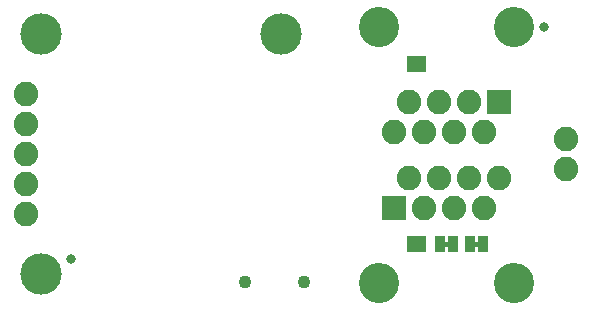
<source format=gbs>
G04 EAGLE Gerber RS-274X export*
G75*
%MOMM*%
%FSLAX34Y34*%
%LPD*%
%INSoldermask Bottom*%
%IPPOS*%
%AMOC8*
5,1,8,0,0,1.08239X$1,22.5*%
G01*
%ADD10C,2.082800*%
%ADD11R,2.082800X2.082800*%
%ADD12C,3.403200*%
%ADD13C,3.505200*%
%ADD14R,0.863600X1.473200*%
%ADD15C,0.838200*%
%ADD16C,1.103200*%
%ADD17R,0.838200X1.473200*%

G36*
X370270Y61607D02*
X370270Y61607D01*
X370336Y61609D01*
X370379Y61627D01*
X370426Y61635D01*
X370483Y61669D01*
X370543Y61694D01*
X370578Y61725D01*
X370619Y61750D01*
X370661Y61801D01*
X370709Y61845D01*
X370731Y61887D01*
X370760Y61924D01*
X370781Y61986D01*
X370812Y62045D01*
X370820Y62099D01*
X370832Y62136D01*
X370831Y62176D01*
X370839Y62230D01*
X370839Y64770D01*
X370828Y64835D01*
X370826Y64901D01*
X370808Y64944D01*
X370800Y64991D01*
X370766Y65048D01*
X370741Y65108D01*
X370710Y65143D01*
X370685Y65184D01*
X370634Y65226D01*
X370590Y65274D01*
X370548Y65296D01*
X370511Y65325D01*
X370449Y65346D01*
X370390Y65377D01*
X370336Y65385D01*
X370299Y65397D01*
X370259Y65396D01*
X370205Y65404D01*
X366395Y65404D01*
X366330Y65393D01*
X366264Y65391D01*
X366221Y65373D01*
X366174Y65365D01*
X366117Y65331D01*
X366057Y65306D01*
X366022Y65275D01*
X365981Y65250D01*
X365940Y65199D01*
X365891Y65155D01*
X365869Y65113D01*
X365840Y65076D01*
X365819Y65014D01*
X365788Y64955D01*
X365780Y64901D01*
X365768Y64864D01*
X365768Y64861D01*
X365769Y64824D01*
X365761Y64770D01*
X365761Y62230D01*
X365772Y62165D01*
X365774Y62099D01*
X365792Y62056D01*
X365800Y62009D01*
X365834Y61952D01*
X365859Y61892D01*
X365890Y61857D01*
X365915Y61816D01*
X365966Y61775D01*
X366010Y61726D01*
X366052Y61704D01*
X366089Y61675D01*
X366151Y61654D01*
X366210Y61623D01*
X366264Y61615D01*
X366301Y61603D01*
X366341Y61604D01*
X366395Y61596D01*
X370205Y61596D01*
X370270Y61607D01*
G37*
G36*
X395670Y61607D02*
X395670Y61607D01*
X395736Y61609D01*
X395779Y61627D01*
X395826Y61635D01*
X395883Y61669D01*
X395943Y61694D01*
X395978Y61725D01*
X396019Y61750D01*
X396061Y61801D01*
X396109Y61845D01*
X396131Y61887D01*
X396160Y61924D01*
X396181Y61986D01*
X396212Y62045D01*
X396220Y62099D01*
X396232Y62136D01*
X396231Y62176D01*
X396239Y62230D01*
X396239Y64770D01*
X396228Y64835D01*
X396226Y64901D01*
X396208Y64944D01*
X396200Y64991D01*
X396166Y65048D01*
X396141Y65108D01*
X396110Y65143D01*
X396085Y65184D01*
X396034Y65226D01*
X395990Y65274D01*
X395948Y65296D01*
X395911Y65325D01*
X395849Y65346D01*
X395790Y65377D01*
X395736Y65385D01*
X395699Y65397D01*
X395659Y65396D01*
X395605Y65404D01*
X391795Y65404D01*
X391730Y65393D01*
X391664Y65391D01*
X391621Y65373D01*
X391574Y65365D01*
X391517Y65331D01*
X391457Y65306D01*
X391422Y65275D01*
X391381Y65250D01*
X391340Y65199D01*
X391291Y65155D01*
X391269Y65113D01*
X391240Y65076D01*
X391219Y65014D01*
X391188Y64955D01*
X391180Y64901D01*
X391168Y64864D01*
X391168Y64861D01*
X391169Y64824D01*
X391161Y64770D01*
X391161Y62230D01*
X391172Y62165D01*
X391174Y62099D01*
X391192Y62056D01*
X391200Y62009D01*
X391234Y61952D01*
X391259Y61892D01*
X391290Y61857D01*
X391315Y61816D01*
X391366Y61775D01*
X391410Y61726D01*
X391452Y61704D01*
X391489Y61675D01*
X391551Y61654D01*
X391610Y61623D01*
X391664Y61615D01*
X391701Y61603D01*
X391741Y61604D01*
X391795Y61596D01*
X395605Y61596D01*
X395670Y61607D01*
G37*
D10*
X323850Y158750D03*
X336550Y184150D03*
X349250Y158750D03*
X374650Y158750D03*
X400050Y158750D03*
X361950Y184150D03*
X387350Y184150D03*
D11*
X412750Y184150D03*
D12*
X425450Y247650D03*
X311150Y247650D03*
D13*
X228600Y241300D03*
X25400Y38100D03*
X25400Y241300D03*
D14*
X398907Y63500D03*
X388493Y63500D03*
X373507Y63500D03*
X363093Y63500D03*
D15*
X50800Y50800D03*
X450850Y247650D03*
D10*
X412750Y119380D03*
X400050Y93980D03*
X387350Y119380D03*
X361950Y119380D03*
X336550Y119380D03*
X374650Y93980D03*
X349250Y93980D03*
D11*
X323850Y93980D03*
D12*
X311150Y30480D03*
X425450Y30480D03*
D10*
X12700Y190500D03*
X12700Y165100D03*
X12700Y139700D03*
X12700Y114300D03*
X469900Y127000D03*
X469900Y152400D03*
D16*
X197885Y31750D03*
X247885Y31750D03*
D17*
X338836Y215900D03*
X346964Y215900D03*
X346964Y63500D03*
X338836Y63500D03*
D10*
X12700Y88900D03*
M02*

</source>
